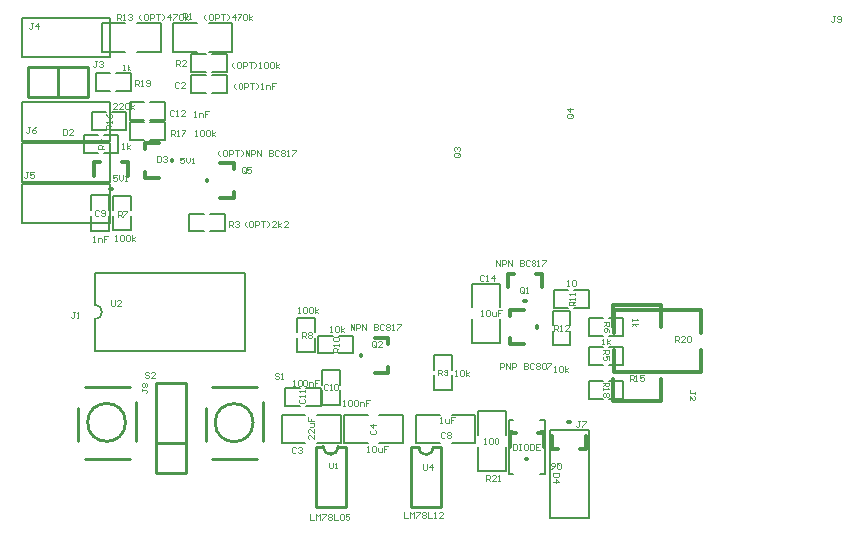
<source format=gto>
%FSLAX44Y44*%
%MOMM*%
G71*
G01*
G75*
G04 Layer_Color=16777215*
%ADD10C,0.4500*%
%ADD11R,0.9000X0.9500*%
%ADD12R,0.9500X0.9000*%
%ADD13R,1.5000X1.2500*%
%ADD14R,1.2500X1.5000*%
%ADD15R,6.3500X1.5240*%
%ADD16R,3.2000X1.0000*%
%ADD17R,0.9144X0.9144*%
%ADD18R,1.2700X0.9144*%
%ADD19R,0.9144X0.9144*%
%ADD20R,0.9144X1.2700*%
%ADD21R,0.9500X0.8000*%
%ADD22R,0.8000X0.9500*%
%ADD23O,0.5000X2.0000*%
%ADD24R,0.5000X2.0000*%
%ADD25R,0.9000X3.2000*%
%ADD26R,11.5000X9.0000*%
%ADD27R,0.9000X0.9000*%
%ADD28R,0.9000X1.2500*%
%ADD29R,2.0000X2.0000*%
%ADD30R,8.0000X4.0000*%
%ADD31O,2.0000X0.6000*%
%ADD32O,2.0000X1.0000*%
%ADD33C,0.5000*%
%ADD34C,0.3000*%
%ADD35R,1.7500X1.7500*%
%ADD36C,1.7500*%
%ADD37C,1.4000*%
%ADD38C,1.5000*%
%ADD39C,1.8000*%
%ADD40C,2.5000*%
%ADD41R,25.0000X8.0000*%
%ADD42R,22.0000X8.0000*%
%ADD43R,1.3000X1.3000*%
%ADD44C,1.3000*%
%ADD45C,1.2000*%
%ADD46C,0.2540*%
%ADD47C,0.2000*%
%ADD48C,0.3048*%
%ADD49C,0.2500*%
%ADD50C,0.1800*%
%ADD51C,0.1000*%
D34*
X382750Y-382750D02*
X387750D01*
X396750Y-404750D02*
X397750D01*
X406750Y-382750D02*
X411750D01*
X382750Y-394250D02*
Y-382750D01*
X411750Y-394250D02*
Y-382750D01*
D46*
X165500Y-374000D02*
G03*
X165500Y-374000I-16064J0D01*
G01*
X57500Y-373750D02*
G03*
X57500Y-373750I-16064J0D01*
G01*
X305590Y-394650D02*
G03*
X318290Y-394650I6350J0D01*
G01*
X224840Y-394400D02*
G03*
X237540Y-394400I6350J0D01*
G01*
X174000Y-389520D02*
Y-356500D01*
X130900Y-405000D02*
X169000D01*
X125500Y-389940D02*
Y-362000D01*
X130900Y-344000D02*
X169000D01*
X22900Y-343750D02*
X61000D01*
X17500Y-389690D02*
Y-361750D01*
X22900Y-404750D02*
X61000D01*
X66000Y-389270D02*
Y-356250D01*
X299240Y-445450D02*
Y-394650D01*
Y-445450D02*
X324640D01*
Y-394650D01*
X318290D02*
X324640D01*
X299240D02*
X305590D01*
X218490Y-394400D02*
X224840D01*
X237540D02*
X243890D01*
Y-445200D02*
Y-394400D01*
X218490Y-445200D02*
X243890D01*
X218490D02*
Y-394400D01*
D47*
X31250Y-286500D02*
G03*
X31250Y-273900I0J6300D01*
G01*
X220500Y-300250D02*
X233000D01*
X220500Y-315250D02*
X233000D01*
X238000D02*
X250500D01*
X238000Y-300250D02*
X250500D01*
X220500Y-315250D02*
Y-300250D01*
X250500Y-315250D02*
Y-300250D01*
X333750Y-329000D02*
Y-316500D01*
X318750Y-329000D02*
Y-316500D01*
Y-346500D02*
Y-334000D01*
X333750Y-346500D02*
Y-334000D01*
X318750Y-316500D02*
X333750D01*
X318750Y-346500D02*
X333750D01*
X113000Y-76750D02*
Y-61750D01*
X143000Y-76750D02*
Y-61750D01*
X113000Y-76750D02*
X125500D01*
X113000Y-61750D02*
X125500D01*
X130500D02*
X143000D01*
X130500Y-76750D02*
X143000D01*
X111500Y-212000D02*
Y-197000D01*
X141500Y-212000D02*
Y-197000D01*
X111500Y-212000D02*
X124000D01*
X111500Y-197000D02*
X124000D01*
X129000D02*
X141500D01*
X129000Y-212000D02*
X141500D01*
X303500Y-391250D02*
Y-367250D01*
X353500Y-391250D02*
Y-367250D01*
X303500Y-391250D02*
X323500D01*
X303500Y-367250D02*
X323500D01*
X333500D02*
X353500D01*
X333500Y-391250D02*
X353500D01*
X355750Y-414500D02*
X379750D01*
X355750Y-364500D02*
X379750D01*
Y-414500D02*
Y-394500D01*
X355750Y-414500D02*
Y-394500D01*
Y-384500D02*
Y-364500D01*
X379750Y-384500D02*
Y-364500D01*
X242500Y-391250D02*
Y-367250D01*
X292500Y-391250D02*
Y-367250D01*
X242500Y-391250D02*
X262500D01*
X242500Y-367250D02*
X262500D01*
X272500D02*
X292500D01*
X272500Y-391250D02*
X292500D01*
X239750Y-391500D02*
Y-367500D01*
X189750Y-391500D02*
Y-367500D01*
X219750D02*
X239750D01*
X219750Y-391500D02*
X239750D01*
X189750D02*
X209750D01*
X189750Y-367500D02*
X209750D01*
X350500Y-256250D02*
X374500D01*
X350500Y-306250D02*
X374500D01*
X350500Y-276250D02*
Y-256250D01*
X374500Y-276250D02*
Y-256250D01*
Y-306250D02*
Y-286250D01*
X350500Y-306250D02*
Y-286250D01*
X97750Y-59750D02*
Y-35750D01*
X147750Y-59750D02*
Y-35750D01*
X97750Y-59750D02*
X117750D01*
X97750Y-35750D02*
X117750D01*
X127750D02*
X147750D01*
X127750Y-59750D02*
X147750D01*
X67250D02*
X87250D01*
X67250Y-35750D02*
X87250D01*
X37250D02*
X57250D01*
X37250Y-59750D02*
X57250D01*
X87250D02*
Y-35750D01*
X37250Y-59750D02*
Y-35750D01*
X91000Y-117750D02*
Y-102750D01*
X61000Y-117750D02*
Y-102750D01*
X78500D02*
X91000D01*
X78500Y-117750D02*
X91000D01*
X61000D02*
X73500D01*
X61000Y-102750D02*
X73500D01*
X28250Y-181500D02*
X43250D01*
X28250Y-211500D02*
X43250D01*
X28250Y-194000D02*
Y-181500D01*
X43250Y-194000D02*
Y-181500D01*
Y-211500D02*
Y-199000D01*
X28250Y-211500D02*
Y-199000D01*
X192750Y-344750D02*
X205250D01*
X192750Y-359750D02*
X205250D01*
X210250D02*
X222750D01*
X210250Y-344750D02*
X222750D01*
X192750Y-359750D02*
Y-344750D01*
X222750Y-359750D02*
Y-344750D01*
X239000Y-341750D02*
Y-329250D01*
X224000Y-341750D02*
Y-329250D01*
Y-359250D02*
Y-346750D01*
X239000Y-359250D02*
Y-346750D01*
X224000Y-329250D02*
X239000D01*
X224000Y-359250D02*
X239000D01*
X113000Y-95000D02*
Y-80000D01*
X143000Y-95000D02*
Y-80000D01*
X113000Y-95000D02*
X125500D01*
X113000Y-80000D02*
X125500D01*
X130500D02*
X143000D01*
X130500Y-95000D02*
X143000D01*
X203000Y-285250D02*
X218000D01*
X203000Y-314250D02*
X218000D01*
X203000Y-297250D02*
Y-285250D01*
X218000Y-297250D02*
Y-285250D01*
Y-314250D02*
Y-302250D01*
X203000Y-314250D02*
Y-302250D01*
X46000Y-126250D02*
X58000D01*
X46000Y-111250D02*
X58000D01*
X29000D02*
X41000D01*
X29000Y-126250D02*
X41000D01*
X58000D02*
Y-111250D01*
X29000Y-126250D02*
Y-111250D01*
X78500Y-134750D02*
X90500D01*
X78500Y-119750D02*
X90500D01*
X61500D02*
X73500D01*
X61500Y-134750D02*
X73500D01*
X90500D02*
Y-119750D01*
X61500Y-134750D02*
Y-119750D01*
X49750Y-93250D02*
X61750D01*
X49750Y-78250D02*
X61750D01*
X32750D02*
X44750D01*
X32750Y-93250D02*
X44750D01*
X61750D02*
Y-78250D01*
X32750Y-93250D02*
Y-78250D01*
X479000Y-300750D02*
Y-285750D01*
X450000Y-300750D02*
Y-285750D01*
X467000D02*
X479000D01*
X467000Y-300750D02*
X479000D01*
X450000D02*
X462000D01*
X450000Y-285750D02*
X462000D01*
X419000Y-279500D02*
X434000D01*
X419000Y-308500D02*
X434000D01*
X419000Y-291500D02*
Y-279500D01*
X434000Y-291500D02*
Y-279500D01*
Y-308500D02*
Y-296500D01*
X419000Y-308500D02*
Y-296500D01*
X420500Y-262000D02*
X432500D01*
X420500Y-277000D02*
X432500D01*
X437500D02*
X449500D01*
X437500Y-262000D02*
X449500D01*
X420500Y-277000D02*
Y-262000D01*
X449500Y-277000D02*
Y-262000D01*
X22500Y-145500D02*
Y-130500D01*
X51500Y-145500D02*
Y-130500D01*
X22500Y-145500D02*
X34500D01*
X22500Y-130500D02*
X34500D01*
X39500D02*
X51500D01*
X39500Y-145500D02*
X51500D01*
X62250Y-194000D02*
Y-182000D01*
X47250Y-194000D02*
Y-182000D01*
Y-211000D02*
Y-199000D01*
X62250Y-211000D02*
Y-199000D01*
X47250Y-182000D02*
X62250D01*
X47250Y-211000D02*
X62250D01*
X478500Y-325000D02*
Y-310000D01*
X449500Y-325000D02*
Y-310000D01*
X466500D02*
X478500D01*
X466500Y-325000D02*
X478500D01*
X449500D02*
X461500D01*
X449500Y-310000D02*
X461500D01*
X478500Y-353750D02*
Y-338750D01*
X449500Y-353750D02*
Y-338750D01*
X466500D02*
X478500D01*
X466500Y-353750D02*
X478500D01*
X449500D02*
X461500D01*
X449500Y-338750D02*
X461500D01*
X31250Y-313170D02*
Y-286500D01*
Y-274000D02*
Y-247330D01*
X31400Y-247220D02*
X158400D01*
Y-313260D02*
Y-247220D01*
X31400Y-313260D02*
X158400D01*
X382250Y-380750D02*
X385750D01*
X408750D02*
X412250D01*
X382250Y-371750D02*
X385750D01*
X382250Y-417750D02*
X385750D01*
X408750D02*
X412250D01*
X408750Y-371750D02*
X412250D01*
X382250Y-417750D02*
Y-371750D01*
X412250Y-417750D02*
Y-371750D01*
D48*
X470920Y-331450D02*
X544580D01*
X470920Y-278800D02*
X544580D01*
Y-331450D02*
Y-312400D01*
X470920Y-331450D02*
Y-312400D01*
Y-297850D02*
Y-278800D01*
X544580Y-297850D02*
Y-278800D01*
X470500Y-355750D02*
X510500D01*
Y-336700D01*
X470500Y-355750D02*
Y-336700D01*
Y-274250D02*
X510500D01*
X470500Y-293300D02*
Y-274250D01*
X510500Y-293300D02*
Y-274250D01*
X383410Y-278370D02*
X394840D01*
X383410Y-307580D02*
X394840D01*
X383410Y-283450D02*
Y-278370D01*
X406270Y-293610D02*
Y-292340D01*
X383410Y-307580D02*
Y-302500D01*
X268410Y-331880D02*
X279840D01*
X268410Y-302670D02*
X279840D01*
Y-331880D02*
Y-326800D01*
X256980Y-317910D02*
Y-316640D01*
X279840Y-307750D02*
Y-302670D01*
X380920Y-247910D02*
X386000D01*
X394890Y-270770D02*
X396160D01*
X405050Y-247910D02*
X410130D01*
X380920Y-259340D02*
Y-247910D01*
X410130Y-259340D02*
Y-247910D01*
X442500Y-396340D02*
X447580D01*
X432340Y-373480D02*
X433610D01*
X418370Y-396340D02*
X423450D01*
X447580D02*
Y-384910D01*
X418370Y-396340D02*
Y-384910D01*
X149090Y-159250D02*
Y-154170D01*
X126230Y-169410D02*
Y-168140D01*
X149090Y-183380D02*
Y-178300D01*
X137660Y-154170D02*
X149090D01*
X137660Y-183380D02*
X149090D01*
X59880Y-165090D02*
Y-153660D01*
X30670Y-165090D02*
Y-153660D01*
X54800D02*
X59880D01*
X44640Y-176520D02*
X45910D01*
X30670Y-153660D02*
X35750D01*
X74160Y-137370D02*
X85590D01*
X74160Y-166580D02*
X85590D01*
X74160Y-142450D02*
Y-137370D01*
X97020Y-152610D02*
Y-151340D01*
X74160Y-166580D02*
Y-161500D01*
D49*
X50Y-98450D02*
Y-73050D01*
X-25350D02*
X25450D01*
X-25350Y-98450D02*
Y-73050D01*
Y-98450D02*
X25450D01*
Y-73050D01*
X108700Y-416700D02*
Y-340500D01*
X83300D02*
X108700D01*
X83300Y-416700D02*
Y-340500D01*
Y-416700D02*
X108700D01*
X83300Y-391300D02*
X108700D01*
D50*
X-30250Y-102250D02*
X44750D01*
X-30250Y-135250D02*
X44750D01*
X-30250D02*
Y-102250D01*
X44750Y-135250D02*
Y-102250D01*
X416500Y-455000D02*
Y-380000D01*
X449500Y-455000D02*
Y-380000D01*
X416500Y-455000D02*
X449500D01*
X416500Y-380000D02*
X449500D01*
X-30250Y-64250D02*
X44750D01*
X-30250Y-31250D02*
X44750D01*
Y-64250D02*
Y-31250D01*
X-30250Y-64250D02*
Y-31250D01*
X-30500Y-170000D02*
Y-137000D01*
X44500Y-170000D02*
Y-137000D01*
X-30500D02*
X44500D01*
X-30500Y-170000D02*
X44500D01*
X-30500Y-205000D02*
Y-172000D01*
X44500Y-205000D02*
Y-172000D01*
X-30500D02*
X44500D01*
X-30500Y-205000D02*
X44500D01*
D51*
X50082Y-164252D02*
X46750D01*
Y-166751D01*
X48416Y-165918D01*
X49249D01*
X50082Y-166751D01*
Y-168417D01*
X49249Y-169250D01*
X47583D01*
X46750Y-168417D01*
X51748Y-164252D02*
Y-167584D01*
X53415Y-169250D01*
X55081Y-167584D01*
Y-164252D01*
X56747Y-169250D02*
X58413D01*
X57580D01*
Y-164252D01*
X56747Y-165085D01*
X4650Y-125176D02*
Y-130174D01*
X7149D01*
X7982Y-129341D01*
Y-126009D01*
X7149Y-125176D01*
X4650D01*
X12981Y-130174D02*
X9648D01*
X12981Y-126842D01*
Y-126009D01*
X12148Y-125176D01*
X10481D01*
X9648Y-126009D01*
X107332Y-149502D02*
X104000D01*
Y-152001D01*
X105666Y-151168D01*
X106499D01*
X107332Y-152001D01*
Y-153667D01*
X106499Y-154500D01*
X104833D01*
X104000Y-153667D01*
X108998Y-149502D02*
Y-152834D01*
X110665Y-154500D01*
X112331Y-152834D01*
Y-149502D01*
X113997Y-154500D02*
X115663D01*
X114830D01*
Y-149502D01*
X113997Y-150335D01*
X84000Y-148002D02*
Y-153000D01*
X86499D01*
X87332Y-152167D01*
Y-148835D01*
X86499Y-148002D01*
X84000D01*
X88998Y-148835D02*
X89831Y-148002D01*
X91498D01*
X92331Y-148835D01*
Y-149668D01*
X91498Y-150501D01*
X90665D01*
X91498D01*
X92331Y-151334D01*
Y-152167D01*
X91498Y-153000D01*
X89831D01*
X88998Y-152167D01*
X323750Y-374250D02*
X325416D01*
X324583D01*
Y-369252D01*
X323750Y-370085D01*
X327915Y-370918D02*
Y-373417D01*
X328748Y-374250D01*
X331248D01*
Y-370918D01*
X336246Y-369252D02*
X332914D01*
Y-371751D01*
X334580D01*
X332914D01*
Y-374250D01*
X328082Y-382585D02*
X327249Y-381752D01*
X325583D01*
X324750Y-382585D01*
Y-385917D01*
X325583Y-386750D01*
X327249D01*
X328082Y-385917D01*
X329748Y-382585D02*
X330581Y-381752D01*
X332248D01*
X333081Y-382585D01*
Y-383418D01*
X332248Y-384251D01*
X333081Y-385084D01*
Y-385917D01*
X332248Y-386750D01*
X330581D01*
X329748Y-385917D01*
Y-385084D01*
X330581Y-384251D01*
X329748Y-383418D01*
Y-382585D01*
X330581Y-384251D02*
X332248D01*
X658470Y-29995D02*
X656804D01*
X657637D01*
Y-34160D01*
X656804Y-34993D01*
X655971D01*
X655137Y-34160D01*
X660136D02*
X660969Y-34993D01*
X662635D01*
X663468Y-34160D01*
Y-30828D01*
X662635Y-29995D01*
X660969D01*
X660136Y-30828D01*
Y-31661D01*
X660969Y-32494D01*
X663468D01*
X-25148Y-162003D02*
X-26814D01*
X-25981D01*
Y-166169D01*
X-26814Y-167002D01*
X-27647D01*
X-28480Y-166169D01*
X-20149Y-162003D02*
X-23482D01*
Y-164503D01*
X-21816Y-163669D01*
X-20982D01*
X-20149Y-164503D01*
Y-166169D01*
X-20982Y-167002D01*
X-22649D01*
X-23482Y-166169D01*
X-23668Y-124002D02*
X-25334D01*
X-24501D01*
Y-128167D01*
X-25334Y-129000D01*
X-26167D01*
X-27000Y-128167D01*
X-18669Y-124002D02*
X-20336Y-124835D01*
X-22002Y-126501D01*
Y-128167D01*
X-21169Y-129000D01*
X-19503D01*
X-18669Y-128167D01*
Y-127334D01*
X-19503Y-126501D01*
X-22002D01*
X360750Y-392000D02*
X362416D01*
X361583D01*
Y-387002D01*
X360750Y-387835D01*
X364915D02*
X365748Y-387002D01*
X367415D01*
X368248Y-387835D01*
Y-391167D01*
X367415Y-392000D01*
X365748D01*
X364915Y-391167D01*
Y-387835D01*
X369914D02*
X370747Y-387002D01*
X372413D01*
X373246Y-387835D01*
Y-391167D01*
X372413Y-392000D01*
X370747D01*
X369914Y-391167D01*
Y-387835D01*
X362750Y-423250D02*
Y-418252D01*
X365249D01*
X366082Y-419085D01*
Y-420751D01*
X365249Y-421584D01*
X362750D01*
X364416D02*
X366082Y-423250D01*
X371081D02*
X367748D01*
X371081Y-419918D01*
Y-419085D01*
X370247Y-418252D01*
X368581D01*
X367748Y-419085D01*
X372747Y-423250D02*
X374413D01*
X373580D01*
Y-418252D01*
X372747Y-419085D01*
X262250Y-398500D02*
X263916D01*
X263083D01*
Y-393502D01*
X262250Y-394335D01*
X266415D02*
X267248Y-393502D01*
X268915D01*
X269748Y-394335D01*
Y-397667D01*
X268915Y-398500D01*
X267248D01*
X266415Y-397667D01*
Y-394335D01*
X271414Y-395168D02*
Y-397667D01*
X272247Y-398500D01*
X274746D01*
Y-395168D01*
X279744Y-393502D02*
X276412D01*
Y-396001D01*
X278078D01*
X276412D01*
Y-398500D01*
X265585Y-379918D02*
X264752Y-380751D01*
Y-382417D01*
X265585Y-383250D01*
X268917D01*
X269750Y-382417D01*
Y-380751D01*
X268917Y-379918D01*
X269750Y-375752D02*
X264752D01*
X267251Y-378252D01*
Y-374919D01*
X216750Y-384168D02*
Y-387500D01*
X213418Y-384168D01*
X212585D01*
X211752Y-385001D01*
Y-386667D01*
X212585Y-387500D01*
X216750Y-379169D02*
Y-382502D01*
X213418Y-379169D01*
X212585D01*
X211752Y-380003D01*
Y-381669D01*
X212585Y-382502D01*
X213418Y-377503D02*
X215917D01*
X216750Y-376670D01*
Y-374171D01*
X213418D01*
X211752Y-369173D02*
Y-372505D01*
X214251D01*
Y-370839D01*
Y-372505D01*
X216750D01*
X202082Y-395335D02*
X201249Y-394502D01*
X199583D01*
X198750Y-395335D01*
Y-398667D01*
X199583Y-399500D01*
X201249D01*
X202082Y-398667D01*
X203748Y-395335D02*
X204581Y-394502D01*
X206248D01*
X207081Y-395335D01*
Y-396168D01*
X206248Y-397001D01*
X205415D01*
X206248D01*
X207081Y-397834D01*
Y-398667D01*
X206248Y-399500D01*
X204581D01*
X203748Y-398667D01*
X45000Y-270252D02*
Y-274417D01*
X45833Y-275250D01*
X47499D01*
X48332Y-274417D01*
Y-270252D01*
X53331Y-275250D02*
X49998D01*
X53331Y-271918D01*
Y-271085D01*
X52498Y-270252D01*
X50831D01*
X49998Y-271085D01*
X203500Y-280750D02*
X205166D01*
X204333D01*
Y-275752D01*
X203500Y-276585D01*
X207665D02*
X208498Y-275752D01*
X210165D01*
X210998Y-276585D01*
Y-279917D01*
X210165Y-280750D01*
X208498D01*
X207665Y-279917D01*
Y-276585D01*
X212664D02*
X213497Y-275752D01*
X215163D01*
X215996Y-276585D01*
Y-279917D01*
X215163Y-280750D01*
X213497D01*
X212664Y-279917D01*
Y-276585D01*
X217662Y-280750D02*
Y-275752D01*
Y-279084D02*
X220161Y-277418D01*
X217662Y-279084D02*
X220161Y-280750D01*
X207250Y-302000D02*
Y-297002D01*
X209749D01*
X210582Y-297835D01*
Y-299501D01*
X209749Y-300334D01*
X207250D01*
X208916D02*
X210582Y-302000D01*
X212248Y-297835D02*
X213081Y-297002D01*
X214748D01*
X215581Y-297835D01*
Y-298668D01*
X214748Y-299501D01*
X215581Y-300334D01*
Y-301167D01*
X214748Y-302000D01*
X213081D01*
X212248Y-301167D01*
Y-300334D01*
X213081Y-299501D01*
X212248Y-298668D01*
Y-297835D01*
X213081Y-299501D02*
X214748D01*
X50330Y-108750D02*
X46998D01*
X50330Y-105418D01*
Y-104585D01*
X49497Y-103752D01*
X47831D01*
X46998Y-104585D01*
X55329Y-108750D02*
X51996D01*
X55329Y-105418D01*
Y-104585D01*
X54496Y-103752D01*
X52830D01*
X51996Y-104585D01*
X56995D02*
X57828Y-103752D01*
X59494D01*
X60327Y-104585D01*
Y-107917D01*
X59494Y-108750D01*
X57828D01*
X56995Y-107917D01*
Y-104585D01*
X61993Y-108750D02*
Y-103752D01*
Y-107084D02*
X64492Y-105418D01*
X61993Y-107084D02*
X64492Y-108750D01*
X45750Y-125000D02*
X40752D01*
Y-122501D01*
X41585Y-121668D01*
X43251D01*
X44084Y-122501D01*
Y-125000D01*
Y-123334D02*
X45750Y-121668D01*
Y-120002D02*
Y-118336D01*
Y-119169D01*
X40752D01*
X41585Y-120002D01*
X40752Y-112504D02*
X41585Y-114170D01*
X43251Y-115836D01*
X44917D01*
X45750Y-115003D01*
Y-113337D01*
X44917Y-112504D01*
X44084D01*
X43251Y-113337D01*
Y-115836D01*
X116250Y-131002D02*
X117916D01*
X117083D01*
Y-126003D01*
X116250Y-126836D01*
X120415D02*
X121248Y-126003D01*
X122914D01*
X123748Y-126836D01*
Y-130169D01*
X122914Y-131002D01*
X121248D01*
X120415Y-130169D01*
Y-126836D01*
X125414D02*
X126247Y-126003D01*
X127913D01*
X128746Y-126836D01*
Y-130169D01*
X127913Y-131002D01*
X126247D01*
X125414Y-130169D01*
Y-126836D01*
X130412Y-131002D02*
Y-126003D01*
Y-129336D02*
X132911Y-127669D01*
X130412Y-129336D02*
X132911Y-131002D01*
X95750Y-131000D02*
Y-126002D01*
X98249D01*
X99082Y-126835D01*
Y-128501D01*
X98249Y-129334D01*
X95750D01*
X97416D02*
X99082Y-131000D01*
X100748D02*
X102415D01*
X101581D01*
Y-126002D01*
X100748Y-126835D01*
X104914Y-126002D02*
X108246D01*
Y-126835D01*
X104914Y-130167D01*
Y-131000D01*
X54998Y-75750D02*
X56664D01*
X55831D01*
Y-70752D01*
X54998Y-71585D01*
X59163Y-75750D02*
Y-70752D01*
Y-74084D02*
X61663Y-72418D01*
X59163Y-74084D02*
X61663Y-75750D01*
X65750Y-88750D02*
Y-83752D01*
X68249D01*
X69082Y-84585D01*
Y-86251D01*
X68249Y-87084D01*
X65750D01*
X67416D02*
X69082Y-88750D01*
X70748D02*
X72414D01*
X71581D01*
Y-83752D01*
X70748Y-84585D01*
X74914Y-87917D02*
X75747Y-88750D01*
X77413D01*
X78246Y-87917D01*
Y-84585D01*
X77413Y-83752D01*
X75747D01*
X74914Y-84585D01*
Y-85418D01*
X75747Y-86251D01*
X78246D01*
X486168Y-285870D02*
Y-287536D01*
Y-286703D01*
X491166D01*
X490333Y-285870D01*
X486168Y-290036D02*
X491166D01*
X487834D02*
X489500Y-292535D01*
X487834Y-290036D02*
X486168Y-292535D01*
X462250Y-289000D02*
X467248D01*
Y-291499D01*
X466415Y-292332D01*
X464749D01*
X463916Y-291499D01*
Y-289000D01*
Y-290666D02*
X462250Y-292332D01*
X467248Y-297331D02*
X466415Y-295665D01*
X464749Y-293998D01*
X463083D01*
X462250Y-294831D01*
Y-296497D01*
X463083Y-297331D01*
X463916D01*
X464749Y-296497D01*
Y-293998D01*
X484250Y-339000D02*
Y-334002D01*
X486749D01*
X487582Y-334835D01*
Y-336501D01*
X486749Y-337334D01*
X484250D01*
X485916D02*
X487582Y-339000D01*
X489248D02*
X490914D01*
X490081D01*
Y-334002D01*
X489248Y-334835D01*
X496746Y-334002D02*
X493414D01*
Y-336501D01*
X495080Y-335668D01*
X495913D01*
X496746Y-336501D01*
Y-338167D01*
X495913Y-339000D01*
X494247D01*
X493414Y-338167D01*
X420500Y-330750D02*
X422166D01*
X421333D01*
Y-325752D01*
X420500Y-326585D01*
X424665D02*
X425498Y-325752D01*
X427164D01*
X427998Y-326585D01*
Y-329917D01*
X427164Y-330750D01*
X425498D01*
X424665Y-329917D01*
Y-326585D01*
X429664Y-330750D02*
Y-325752D01*
Y-329084D02*
X432163Y-327418D01*
X429664Y-329084D02*
X432163Y-330750D01*
X420250Y-296500D02*
Y-291502D01*
X422749D01*
X423582Y-292335D01*
Y-294001D01*
X422749Y-294834D01*
X420250D01*
X421916D02*
X423582Y-296500D01*
X425248D02*
X426914D01*
X426081D01*
Y-291502D01*
X425248Y-292335D01*
X432746Y-296500D02*
X429414D01*
X432746Y-293168D01*
Y-292335D01*
X431913Y-291502D01*
X430247D01*
X429414Y-292335D01*
X431000Y-258500D02*
X432666D01*
X431833D01*
Y-253502D01*
X431000Y-254335D01*
X435165D02*
X435998Y-253502D01*
X437664D01*
X438498Y-254335D01*
Y-257667D01*
X437664Y-258500D01*
X435998D01*
X435165Y-257667D01*
Y-254335D01*
X437750Y-274750D02*
X432752D01*
Y-272251D01*
X433585Y-271418D01*
X435251D01*
X436084Y-272251D01*
Y-274750D01*
Y-273084D02*
X437750Y-271418D01*
Y-269752D02*
Y-268085D01*
Y-268919D01*
X432752D01*
X433585Y-269752D01*
X437750Y-265586D02*
Y-263920D01*
Y-264753D01*
X432752D01*
X433585Y-265586D01*
X231000Y-297250D02*
X232666D01*
X231833D01*
Y-292252D01*
X231000Y-293085D01*
X235165D02*
X235998Y-292252D01*
X237665D01*
X238498Y-293085D01*
Y-296417D01*
X237665Y-297250D01*
X235998D01*
X235165Y-296417D01*
Y-293085D01*
X240164Y-297250D02*
Y-292252D01*
Y-295584D02*
X242663Y-293918D01*
X240164Y-295584D02*
X242663Y-297250D01*
X238500Y-314000D02*
X233502D01*
Y-311501D01*
X234335Y-310668D01*
X236001D01*
X236834Y-311501D01*
Y-314000D01*
Y-312334D02*
X238500Y-310668D01*
Y-309002D02*
Y-307335D01*
Y-308169D01*
X233502D01*
X234335Y-309002D01*
Y-304836D02*
X233502Y-304003D01*
Y-302337D01*
X234335Y-301504D01*
X237667D01*
X238500Y-302337D01*
Y-304003D01*
X237667Y-304836D01*
X234335D01*
X54500Y-142000D02*
X56166D01*
X55333D01*
Y-137002D01*
X54500Y-137835D01*
X58665Y-142000D02*
Y-137002D01*
Y-140334D02*
X61164Y-138668D01*
X58665Y-140334D02*
X61164Y-142000D01*
X39000D02*
X34002D01*
Y-139501D01*
X34835Y-138668D01*
X36501D01*
X37334Y-139501D01*
Y-142000D01*
Y-140334D02*
X39000Y-138668D01*
Y-134502D02*
X34002D01*
X36501Y-137002D01*
Y-133669D01*
X48500Y-220000D02*
X50166D01*
X49333D01*
Y-215002D01*
X48500Y-215835D01*
X52665D02*
X53498Y-215002D01*
X55164D01*
X55998Y-215835D01*
Y-219167D01*
X55164Y-220000D01*
X53498D01*
X52665Y-219167D01*
Y-215835D01*
X57664D02*
X58497Y-215002D01*
X60163D01*
X60996Y-215835D01*
Y-219167D01*
X60163Y-220000D01*
X58497D01*
X57664Y-219167D01*
Y-215835D01*
X62662Y-220000D02*
Y-215002D01*
Y-218334D02*
X65161Y-216668D01*
X62662Y-218334D02*
X65161Y-220000D01*
X50750Y-200000D02*
Y-195002D01*
X53249D01*
X54082Y-195835D01*
Y-197501D01*
X53249Y-198334D01*
X50750D01*
X52416D02*
X54082Y-200000D01*
X55748Y-195002D02*
X59081D01*
Y-195835D01*
X55748Y-199167D01*
Y-200000D01*
X336250Y-334250D02*
X337916D01*
X337083D01*
Y-329252D01*
X336250Y-330085D01*
X340415D02*
X341248Y-329252D01*
X342915D01*
X343748Y-330085D01*
Y-333417D01*
X342915Y-334250D01*
X341248D01*
X340415Y-333417D01*
Y-330085D01*
X345414Y-334250D02*
Y-329252D01*
Y-332584D02*
X347913Y-330918D01*
X345414Y-332584D02*
X347913Y-334250D01*
X321750Y-334000D02*
Y-329002D01*
X324249D01*
X325082Y-329835D01*
Y-331501D01*
X324249Y-332334D01*
X321750D01*
X323416D02*
X325082Y-334000D01*
X326748Y-333167D02*
X327581Y-334000D01*
X329248D01*
X330081Y-333167D01*
Y-329835D01*
X329248Y-329002D01*
X327581D01*
X326748Y-329835D01*
Y-330668D01*
X327581Y-331501D01*
X330081D01*
X461250Y-307750D02*
X462916D01*
X462083D01*
Y-302752D01*
X461250Y-303585D01*
X465415Y-307750D02*
Y-302752D01*
Y-306084D02*
X467915Y-304418D01*
X465415Y-306084D02*
X467915Y-307750D01*
X461750Y-312750D02*
X466748D01*
Y-315249D01*
X465915Y-316082D01*
X464249D01*
X463416Y-315249D01*
Y-312750D01*
Y-314416D02*
X461750Y-316082D01*
X466748Y-321081D02*
Y-317748D01*
X464249D01*
X465082Y-319415D01*
Y-320248D01*
X464249Y-321081D01*
X462583D01*
X461750Y-320248D01*
Y-318582D01*
X462583Y-317748D01*
X374750Y-328500D02*
Y-323502D01*
X377249D01*
X378082Y-324335D01*
Y-326001D01*
X377249Y-326834D01*
X374750D01*
X379748Y-328500D02*
Y-323502D01*
X383081Y-328500D01*
Y-323502D01*
X384747Y-328500D02*
Y-323502D01*
X387246D01*
X388079Y-324335D01*
Y-326001D01*
X387246Y-326834D01*
X384747D01*
X394743Y-323502D02*
Y-328500D01*
X397243D01*
X398076Y-327667D01*
Y-326834D01*
X397243Y-326001D01*
X394743D01*
X397243D01*
X398076Y-325168D01*
Y-324335D01*
X397243Y-323502D01*
X394743D01*
X403074Y-324335D02*
X402241Y-323502D01*
X400575D01*
X399742Y-324335D01*
Y-327667D01*
X400575Y-328500D01*
X402241D01*
X403074Y-327667D01*
X404740Y-324335D02*
X405573Y-323502D01*
X407239D01*
X408072Y-324335D01*
Y-325168D01*
X407239Y-326001D01*
X408072Y-326834D01*
Y-327667D01*
X407239Y-328500D01*
X405573D01*
X404740Y-327667D01*
Y-326834D01*
X405573Y-326001D01*
X404740Y-325168D01*
Y-324335D01*
X405573Y-326001D02*
X407239D01*
X409739Y-324335D02*
X410572Y-323502D01*
X412238D01*
X413071Y-324335D01*
Y-327667D01*
X412238Y-328500D01*
X410572D01*
X409739Y-327667D01*
Y-324335D01*
X414737Y-323502D02*
X418069D01*
Y-324335D01*
X414737Y-327667D01*
Y-328500D01*
X339447Y-145686D02*
X336115D01*
X335282Y-146519D01*
Y-148185D01*
X336115Y-149018D01*
X339447D01*
X340280Y-148185D01*
Y-146519D01*
X338614Y-147352D02*
X340280Y-145686D01*
Y-146519D02*
X339447Y-145686D01*
X336115Y-144020D02*
X335282Y-143187D01*
Y-141521D01*
X336115Y-140687D01*
X336948D01*
X337781Y-141521D01*
Y-142354D01*
Y-141521D01*
X338614Y-140687D01*
X339447D01*
X340280Y-141521D01*
Y-143187D01*
X339447Y-144020D01*
X248000Y-295750D02*
Y-290752D01*
X251332Y-295750D01*
Y-290752D01*
X252998Y-295750D02*
Y-290752D01*
X255498D01*
X256331Y-291585D01*
Y-293251D01*
X255498Y-294084D01*
X252998D01*
X257997Y-295750D02*
Y-290752D01*
X261329Y-295750D01*
Y-290752D01*
X267994D02*
Y-295750D01*
X270493D01*
X271326Y-294917D01*
Y-294084D01*
X270493Y-293251D01*
X267994D01*
X270493D01*
X271326Y-292418D01*
Y-291585D01*
X270493Y-290752D01*
X267994D01*
X276324Y-291585D02*
X275491Y-290752D01*
X273825D01*
X272992Y-291585D01*
Y-294917D01*
X273825Y-295750D01*
X275491D01*
X276324Y-294917D01*
X277990Y-291585D02*
X278823Y-290752D01*
X280489D01*
X281322Y-291585D01*
Y-292418D01*
X280489Y-293251D01*
X281322Y-294084D01*
Y-294917D01*
X280489Y-295750D01*
X278823D01*
X277990Y-294917D01*
Y-294084D01*
X278823Y-293251D01*
X277990Y-292418D01*
Y-291585D01*
X278823Y-293251D02*
X280489D01*
X282989Y-295750D02*
X284655D01*
X283822D01*
Y-290752D01*
X282989Y-291585D01*
X287154Y-290752D02*
X290486D01*
Y-291585D01*
X287154Y-294917D01*
Y-295750D01*
X269582Y-309417D02*
Y-306085D01*
X268749Y-305252D01*
X267083D01*
X266250Y-306085D01*
Y-309417D01*
X267083Y-310250D01*
X268749D01*
X267916Y-308584D02*
X269582Y-310250D01*
X268749D02*
X269582Y-309417D01*
X274581Y-310250D02*
X271248D01*
X274581Y-306918D01*
Y-306085D01*
X273748Y-305252D01*
X272081D01*
X271248Y-306085D01*
X33082Y-68002D02*
X31416D01*
X32249D01*
Y-72167D01*
X31416Y-73000D01*
X30583D01*
X29750Y-72167D01*
X34748Y-68835D02*
X35581Y-68002D01*
X37248D01*
X38081Y-68835D01*
Y-69668D01*
X37248Y-70501D01*
X36414D01*
X37248D01*
X38081Y-71334D01*
Y-72167D01*
X37248Y-73000D01*
X35581D01*
X34748Y-72167D01*
X539995Y-349832D02*
Y-348166D01*
Y-348999D01*
X535830D01*
X534997Y-348166D01*
Y-347333D01*
X535830Y-346500D01*
X534997Y-354831D02*
Y-351498D01*
X538329Y-354831D01*
X539162D01*
X539995Y-353997D01*
Y-352331D01*
X539162Y-351498D01*
X14331Y-280254D02*
X12664D01*
X13497D01*
Y-284419D01*
X12664Y-285252D01*
X11831D01*
X10998Y-284419D01*
X15997Y-285252D02*
X17663D01*
X16830D01*
Y-280254D01*
X15997Y-281087D01*
X115500Y-115000D02*
X117166D01*
X116333D01*
Y-110002D01*
X115500Y-110835D01*
X119665Y-115000D02*
Y-111668D01*
X122164D01*
X122998Y-112501D01*
Y-115000D01*
X127996Y-110002D02*
X124664D01*
Y-112501D01*
X126330D01*
X124664D01*
Y-115000D01*
X98332Y-110335D02*
X97499Y-109502D01*
X95833D01*
X95000Y-110335D01*
Y-113667D01*
X95833Y-114500D01*
X97499D01*
X98332Y-113667D01*
X99998Y-114500D02*
X101664D01*
X100831D01*
Y-109502D01*
X99998Y-110335D01*
X107496Y-114500D02*
X104164D01*
X107496Y-111168D01*
Y-110335D01*
X106663Y-109502D01*
X104997D01*
X104164Y-110335D01*
X29750Y-221000D02*
X31416D01*
X30583D01*
Y-216002D01*
X29750Y-216835D01*
X33915Y-221000D02*
Y-217668D01*
X36414D01*
X37248Y-218501D01*
Y-221000D01*
X42246Y-216002D02*
X38914D01*
Y-218501D01*
X40580D01*
X38914D01*
Y-221000D01*
X35082Y-194585D02*
X34249Y-193752D01*
X32583D01*
X31750Y-194585D01*
Y-197917D01*
X32583Y-198750D01*
X34249D01*
X35082Y-197917D01*
X36748D02*
X37581Y-198750D01*
X39248D01*
X40081Y-197917D01*
Y-194585D01*
X39248Y-193752D01*
X37581D01*
X36748Y-194585D01*
Y-195418D01*
X37581Y-196251D01*
X40081D01*
X199000Y-343000D02*
X200666D01*
X199833D01*
Y-338002D01*
X199000Y-338835D01*
X203165D02*
X203998Y-338002D01*
X205665D01*
X206498Y-338835D01*
Y-342167D01*
X205665Y-343000D01*
X203998D01*
X203165Y-342167D01*
Y-338835D01*
X208164D02*
X208997Y-338002D01*
X210663D01*
X211496Y-338835D01*
Y-342167D01*
X210663Y-343000D01*
X208997D01*
X208164Y-342167D01*
Y-338835D01*
X213162Y-343000D02*
Y-339668D01*
X215661D01*
X216494Y-340501D01*
Y-343000D01*
X221493Y-338002D02*
X218160D01*
Y-340501D01*
X219827D01*
X218160D01*
Y-343000D01*
X205585Y-353918D02*
X204752Y-354751D01*
Y-356417D01*
X205585Y-357250D01*
X208917D01*
X209750Y-356417D01*
Y-354751D01*
X208917Y-353918D01*
X209750Y-352252D02*
Y-350586D01*
Y-351419D01*
X204752D01*
X205585Y-352252D01*
X209750Y-348086D02*
Y-346420D01*
Y-347253D01*
X204752D01*
X205585Y-348086D01*
X358500Y-283500D02*
X360166D01*
X359333D01*
Y-278502D01*
X358500Y-279335D01*
X362665D02*
X363498Y-278502D01*
X365164D01*
X365998Y-279335D01*
Y-282667D01*
X365164Y-283500D01*
X363498D01*
X362665Y-282667D01*
Y-279335D01*
X367664Y-280168D02*
Y-282667D01*
X368497Y-283500D01*
X370996D01*
Y-280168D01*
X375994Y-278502D02*
X372662D01*
Y-281001D01*
X374328D01*
X372662D01*
Y-283500D01*
X361082Y-249835D02*
X360249Y-249002D01*
X358583D01*
X357750Y-249835D01*
Y-253167D01*
X358583Y-254000D01*
X360249D01*
X361082Y-253167D01*
X362748Y-254000D02*
X364414D01*
X363581D01*
Y-249002D01*
X362748Y-249835D01*
X369413Y-254000D02*
Y-249002D01*
X366914Y-251501D01*
X370246D01*
X242000Y-359750D02*
X243666D01*
X242833D01*
Y-354752D01*
X242000Y-355585D01*
X246165D02*
X246998Y-354752D01*
X248664D01*
X249498Y-355585D01*
Y-358917D01*
X248664Y-359750D01*
X246998D01*
X246165Y-358917D01*
Y-355585D01*
X251164D02*
X251997Y-354752D01*
X253663D01*
X254496Y-355585D01*
Y-358917D01*
X253663Y-359750D01*
X251997D01*
X251164Y-358917D01*
Y-355585D01*
X256162Y-359750D02*
Y-356418D01*
X258661D01*
X259494Y-357251D01*
Y-359750D01*
X264493Y-354752D02*
X261160D01*
Y-357251D01*
X262826D01*
X261160D01*
Y-359750D01*
X228582Y-341835D02*
X227749Y-341002D01*
X226083D01*
X225250Y-341835D01*
Y-345167D01*
X226083Y-346000D01*
X227749D01*
X228582Y-345167D01*
X230248Y-346000D02*
X231915D01*
X231081D01*
Y-341002D01*
X230248Y-341835D01*
X234414D02*
X235247Y-341002D01*
X236913D01*
X237746Y-341835D01*
Y-345167D01*
X236913Y-346000D01*
X235247D01*
X234414Y-345167D01*
Y-341835D01*
X435634Y-112828D02*
X432302D01*
X431469Y-113661D01*
Y-115327D01*
X432302Y-116160D01*
X435634D01*
X436467Y-115327D01*
Y-113661D01*
X434801Y-114494D02*
X436467Y-112828D01*
Y-113661D02*
X435634Y-112828D01*
X436467Y-108662D02*
X431469D01*
X433968Y-111162D01*
Y-107829D01*
X371250Y-241000D02*
Y-236002D01*
X374582Y-241000D01*
Y-236002D01*
X376248Y-241000D02*
Y-236002D01*
X378748D01*
X379581Y-236835D01*
Y-238501D01*
X378748Y-239334D01*
X376248D01*
X381247Y-241000D02*
Y-236002D01*
X384579Y-241000D01*
Y-236002D01*
X391244D02*
Y-241000D01*
X393743D01*
X394576Y-240167D01*
Y-239334D01*
X393743Y-238501D01*
X391244D01*
X393743D01*
X394576Y-237668D01*
Y-236835D01*
X393743Y-236002D01*
X391244D01*
X399574Y-236835D02*
X398741Y-236002D01*
X397075D01*
X396242Y-236835D01*
Y-240167D01*
X397075Y-241000D01*
X398741D01*
X399574Y-240167D01*
X401240Y-236835D02*
X402073Y-236002D01*
X403739D01*
X404572Y-236835D01*
Y-237668D01*
X403739Y-238501D01*
X404572Y-239334D01*
Y-240167D01*
X403739Y-241000D01*
X402073D01*
X401240Y-240167D01*
Y-239334D01*
X402073Y-238501D01*
X401240Y-237668D01*
Y-236835D01*
X402073Y-238501D02*
X403739D01*
X406239Y-241000D02*
X407905D01*
X407072D01*
Y-236002D01*
X406239Y-236835D01*
X410404Y-236002D02*
X413736D01*
Y-236835D01*
X410404Y-240167D01*
Y-241000D01*
X395082Y-263167D02*
Y-259835D01*
X394249Y-259002D01*
X392583D01*
X391750Y-259835D01*
Y-263167D01*
X392583Y-264000D01*
X394249D01*
X393416Y-262334D02*
X395082Y-264000D01*
X394249D02*
X395082Y-263167D01*
X396748Y-264000D02*
X398414D01*
X397581D01*
Y-259002D01*
X396748Y-259835D01*
X461500Y-340000D02*
X466498D01*
Y-342499D01*
X465665Y-343332D01*
X463999D01*
X463166Y-342499D01*
Y-340000D01*
Y-341666D02*
X461500Y-343332D01*
Y-344998D02*
Y-346665D01*
Y-345831D01*
X466498D01*
X465665Y-344998D01*
Y-349164D02*
X466498Y-349997D01*
Y-351663D01*
X465665Y-352496D01*
X464832D01*
X463999Y-351663D01*
X463166Y-352496D01*
X462333D01*
X461500Y-351663D01*
Y-349997D01*
X462333Y-349164D01*
X463166D01*
X463999Y-349997D01*
X464832Y-349164D01*
X465665D01*
X463999Y-349997D02*
Y-351663D01*
X187296Y-332460D02*
X186463Y-331627D01*
X184797D01*
X183964Y-332460D01*
Y-333293D01*
X184797Y-334126D01*
X186463D01*
X187296Y-334959D01*
Y-335792D01*
X186463Y-336625D01*
X184797D01*
X183964Y-335792D01*
X188962Y-336625D02*
X190629D01*
X189795D01*
Y-331627D01*
X188962Y-332460D01*
X77518Y-332210D02*
X76685Y-331377D01*
X75019D01*
X74186Y-332210D01*
Y-333043D01*
X75019Y-333876D01*
X76685D01*
X77518Y-334709D01*
Y-335542D01*
X76685Y-336375D01*
X75019D01*
X74186Y-335542D01*
X82517Y-336375D02*
X79184D01*
X82517Y-333043D01*
Y-332210D01*
X81684Y-331377D01*
X80017D01*
X79184Y-332210D01*
X213768Y-451153D02*
Y-456151D01*
X217101D01*
X218767D02*
Y-451153D01*
X220433Y-452819D01*
X222099Y-451153D01*
Y-456151D01*
X223765Y-451153D02*
X227097D01*
Y-451986D01*
X223765Y-455318D01*
Y-456151D01*
X228763Y-451986D02*
X229596Y-451153D01*
X231262D01*
X232096Y-451986D01*
Y-452819D01*
X231262Y-453652D01*
X232096Y-454485D01*
Y-455318D01*
X231262Y-456151D01*
X229596D01*
X228763Y-455318D01*
Y-454485D01*
X229596Y-453652D01*
X228763Y-452819D01*
Y-451986D01*
X229596Y-453652D02*
X231262D01*
X233762Y-451153D02*
Y-456151D01*
X237094D01*
X238760Y-451986D02*
X239593Y-451153D01*
X241259D01*
X242092Y-451986D01*
Y-455318D01*
X241259Y-456151D01*
X239593D01*
X238760Y-455318D01*
Y-451986D01*
X247091Y-451153D02*
X243758D01*
Y-453652D01*
X245425Y-452819D01*
X246258D01*
X247091Y-453652D01*
Y-455318D01*
X246258Y-456151D01*
X244592D01*
X243758Y-455318D01*
X230000Y-407752D02*
Y-411917D01*
X230833Y-412750D01*
X232499D01*
X233332Y-411917D01*
Y-407752D01*
X234998Y-412750D02*
X236665D01*
X235831D01*
Y-407752D01*
X234998Y-408585D01*
X293500Y-449752D02*
Y-454750D01*
X296832D01*
X298498D02*
Y-449752D01*
X300165Y-451418D01*
X301831Y-449752D01*
Y-454750D01*
X303497Y-449752D02*
X306829D01*
Y-450585D01*
X303497Y-453917D01*
Y-454750D01*
X308495Y-450585D02*
X309328Y-449752D01*
X310994D01*
X311827Y-450585D01*
Y-451418D01*
X310994Y-452251D01*
X311827Y-453084D01*
Y-453917D01*
X310994Y-454750D01*
X309328D01*
X308495Y-453917D01*
Y-453084D01*
X309328Y-452251D01*
X308495Y-451418D01*
Y-450585D01*
X309328Y-452251D02*
X310994D01*
X313493Y-449752D02*
Y-454750D01*
X316826D01*
X318492D02*
X320158D01*
X319325D01*
Y-449752D01*
X318492Y-450585D01*
X325989Y-454750D02*
X322657D01*
X325989Y-451418D01*
Y-450585D01*
X325156Y-449752D01*
X323490D01*
X322657Y-450585D01*
X309250Y-408752D02*
Y-412917D01*
X310083Y-413750D01*
X311749D01*
X312582Y-412917D01*
Y-408752D01*
X316748Y-413750D02*
Y-408752D01*
X314248Y-411251D01*
X317581D01*
X523000Y-305750D02*
Y-300752D01*
X525499D01*
X526332Y-301585D01*
Y-303251D01*
X525499Y-304084D01*
X523000D01*
X524666D02*
X526332Y-305750D01*
X531331D02*
X527998D01*
X531331Y-302418D01*
Y-301585D01*
X530498Y-300752D01*
X528831D01*
X527998Y-301585D01*
X532997D02*
X533830Y-300752D01*
X535496D01*
X536329Y-301585D01*
Y-304917D01*
X535496Y-305750D01*
X533830D01*
X532997Y-304917D01*
Y-301585D01*
X385750Y-392252D02*
Y-397250D01*
X388249D01*
X389082Y-396417D01*
Y-393085D01*
X388249Y-392252D01*
X385750D01*
X390748D02*
X392415D01*
X391581D01*
Y-397250D01*
X390748D01*
X392415D01*
X397413Y-392252D02*
X395747D01*
X394914Y-393085D01*
Y-396417D01*
X395747Y-397250D01*
X397413D01*
X398246Y-396417D01*
Y-393085D01*
X397413Y-392252D01*
X399912D02*
Y-397250D01*
X402411D01*
X403244Y-396417D01*
Y-393085D01*
X402411Y-392252D01*
X399912D01*
X408243D02*
X404910D01*
Y-397250D01*
X408243D01*
X404910Y-394751D02*
X406576D01*
X424204Y-416330D02*
X419205D01*
Y-418829D01*
X420038Y-419663D01*
X423371D01*
X424204Y-418829D01*
Y-416330D01*
X419205Y-423828D02*
X424204D01*
X421704Y-421329D01*
Y-424661D01*
X442582Y-373002D02*
X440916D01*
X441749D01*
Y-377167D01*
X440916Y-378000D01*
X440083D01*
X439250Y-377167D01*
X444248Y-373002D02*
X447581D01*
Y-373835D01*
X444248Y-377167D01*
Y-378000D01*
X422735Y-409285D02*
Y-412617D01*
X423568Y-413451D01*
X425234D01*
X426067Y-412617D01*
Y-409285D01*
X425234Y-408452D01*
X423568D01*
X424401Y-410118D02*
X422735Y-408452D01*
X423568D02*
X422735Y-409285D01*
X417737Y-413451D02*
X419403Y-412617D01*
X421069Y-410951D01*
Y-409285D01*
X420236Y-408452D01*
X418570D01*
X417737Y-409285D01*
Y-410118D01*
X418570Y-410951D01*
X421069D01*
X71078Y-345372D02*
Y-347038D01*
Y-346205D01*
X75244D01*
X76077Y-347038D01*
Y-347871D01*
X75244Y-348704D01*
X71911Y-343705D02*
X71078Y-342872D01*
Y-341206D01*
X71911Y-340373D01*
X72744D01*
X73578Y-341206D01*
X74411Y-340373D01*
X75244D01*
X76077Y-341206D01*
Y-342872D01*
X75244Y-343705D01*
X74411D01*
X73578Y-342872D01*
X72744Y-343705D01*
X71911D01*
X73578Y-342872D02*
Y-341206D01*
X137416Y-148000D02*
X135750Y-146334D01*
Y-144668D01*
X137416Y-143002D01*
X142415D02*
X140748D01*
X139915Y-143835D01*
Y-147167D01*
X140748Y-148000D01*
X142415D01*
X143248Y-147167D01*
Y-143835D01*
X142415Y-143002D01*
X144914Y-148000D02*
Y-143002D01*
X147413D01*
X148246Y-143835D01*
Y-145501D01*
X147413Y-146334D01*
X144914D01*
X149912Y-143002D02*
X153244D01*
X151578D01*
Y-148000D01*
X154910D02*
X156576Y-146334D01*
Y-144668D01*
X154910Y-143002D01*
X159076Y-148000D02*
Y-143002D01*
X162408Y-148000D01*
Y-143002D01*
X164074Y-148000D02*
Y-143002D01*
X166573D01*
X167406Y-143835D01*
Y-145501D01*
X166573Y-146334D01*
X164074D01*
X169072Y-148000D02*
Y-143002D01*
X172405Y-148000D01*
Y-143002D01*
X179069D02*
Y-148000D01*
X181568D01*
X182401Y-147167D01*
Y-146334D01*
X181568Y-145501D01*
X179069D01*
X181568D01*
X182401Y-144668D01*
Y-143835D01*
X181568Y-143002D01*
X179069D01*
X187400Y-143835D02*
X186567Y-143002D01*
X184901D01*
X184068Y-143835D01*
Y-147167D01*
X184901Y-148000D01*
X186567D01*
X187400Y-147167D01*
X189066Y-143835D02*
X189899Y-143002D01*
X191565D01*
X192398Y-143835D01*
Y-144668D01*
X191565Y-145501D01*
X192398Y-146334D01*
Y-147167D01*
X191565Y-148000D01*
X189899D01*
X189066Y-147167D01*
Y-146334D01*
X189899Y-145501D01*
X189066Y-144668D01*
Y-143835D01*
X189899Y-145501D02*
X191565D01*
X194064Y-148000D02*
X195730D01*
X194897D01*
Y-143002D01*
X194064Y-143835D01*
X198230Y-143002D02*
X201562D01*
Y-143835D01*
X198230Y-147167D01*
Y-148000D01*
X159082Y-161667D02*
Y-158335D01*
X158249Y-157502D01*
X156583D01*
X155750Y-158335D01*
Y-161667D01*
X156583Y-162500D01*
X158249D01*
X157416Y-160834D02*
X159082Y-162500D01*
X158249D02*
X159082Y-161667D01*
X164081Y-157502D02*
X160748D01*
Y-160001D01*
X162414Y-159168D01*
X163248D01*
X164081Y-160001D01*
Y-161667D01*
X163248Y-162500D01*
X161581D01*
X160748Y-161667D01*
X125666Y-32750D02*
X124000Y-31084D01*
Y-29418D01*
X125666Y-27752D01*
X130665D02*
X128998D01*
X128165Y-28585D01*
Y-31917D01*
X128998Y-32750D01*
X130665D01*
X131498Y-31917D01*
Y-28585D01*
X130665Y-27752D01*
X133164Y-32750D02*
Y-27752D01*
X135663D01*
X136496Y-28585D01*
Y-30251D01*
X135663Y-31084D01*
X133164D01*
X138162Y-27752D02*
X141494D01*
X139828D01*
Y-32750D01*
X143160D02*
X144826Y-31084D01*
Y-29418D01*
X143160Y-27752D01*
X149825Y-32750D02*
Y-27752D01*
X147326Y-30251D01*
X150658D01*
X152324Y-27752D02*
X155656D01*
Y-28585D01*
X152324Y-31917D01*
Y-32750D01*
X157323Y-28585D02*
X158155Y-27752D01*
X159822D01*
X160655Y-28585D01*
Y-31917D01*
X159822Y-32750D01*
X158155D01*
X157323Y-31917D01*
Y-28585D01*
X162321Y-32750D02*
Y-27752D01*
Y-31084D02*
X164820Y-29418D01*
X162321Y-31084D02*
X164820Y-32750D01*
X106000Y-32000D02*
Y-27002D01*
X108499D01*
X109332Y-27835D01*
Y-29501D01*
X108499Y-30334D01*
X106000D01*
X107666D02*
X109332Y-32000D01*
X110998D02*
X112664D01*
X111832D01*
Y-27002D01*
X110998Y-27835D01*
X149166Y-73500D02*
X147500Y-71834D01*
Y-70168D01*
X149166Y-68502D01*
X154164D02*
X152498D01*
X151665Y-69335D01*
Y-72667D01*
X152498Y-73500D01*
X154164D01*
X154998Y-72667D01*
Y-69335D01*
X154164Y-68502D01*
X156664Y-73500D02*
Y-68502D01*
X159163D01*
X159996Y-69335D01*
Y-71001D01*
X159163Y-71834D01*
X156664D01*
X161662Y-68502D02*
X164994D01*
X163328D01*
Y-73500D01*
X166660D02*
X168326Y-71834D01*
Y-70168D01*
X166660Y-68502D01*
X170826Y-73500D02*
X172492D01*
X171659D01*
Y-68502D01*
X170826Y-69335D01*
X174991D02*
X175824Y-68502D01*
X177490D01*
X178323Y-69335D01*
Y-72667D01*
X177490Y-73500D01*
X175824D01*
X174991Y-72667D01*
Y-69335D01*
X179989D02*
X180823Y-68502D01*
X182489D01*
X183322Y-69335D01*
Y-72667D01*
X182489Y-73500D01*
X180823D01*
X179989Y-72667D01*
Y-69335D01*
X184988Y-73500D02*
Y-68502D01*
Y-71834D02*
X187487Y-70168D01*
X184988Y-71834D02*
X187487Y-73500D01*
X100250Y-71750D02*
Y-66752D01*
X102749D01*
X103582Y-67585D01*
Y-69251D01*
X102749Y-70084D01*
X100250D01*
X101916D02*
X103582Y-71750D01*
X108581D02*
X105248D01*
X108581Y-68418D01*
Y-67585D01*
X107748Y-66752D01*
X106081D01*
X105248Y-67585D01*
X159916Y-208500D02*
X158250Y-206834D01*
Y-205168D01*
X159916Y-203502D01*
X164914D02*
X163248D01*
X162415Y-204335D01*
Y-207667D01*
X163248Y-208500D01*
X164914D01*
X165748Y-207667D01*
Y-204335D01*
X164914Y-203502D01*
X167414Y-208500D02*
Y-203502D01*
X169913D01*
X170746Y-204335D01*
Y-206001D01*
X169913Y-206834D01*
X167414D01*
X172412Y-203502D02*
X175744D01*
X174078D01*
Y-208500D01*
X177410D02*
X179076Y-206834D01*
Y-205168D01*
X177410Y-203502D01*
X184908Y-208500D02*
X181576D01*
X184908Y-205168D01*
Y-204335D01*
X184075Y-203502D01*
X182409D01*
X181576Y-204335D01*
X186574Y-208500D02*
Y-203502D01*
Y-206834D02*
X189073Y-205168D01*
X186574Y-206834D02*
X189073Y-208500D01*
X194905D02*
X191572D01*
X194905Y-205168D01*
Y-204335D01*
X194072Y-203502D01*
X192405D01*
X191572Y-204335D01*
X145500Y-208250D02*
Y-203252D01*
X147999D01*
X148832Y-204085D01*
Y-205751D01*
X147999Y-206584D01*
X145500D01*
X147166D02*
X148832Y-208250D01*
X150498Y-204085D02*
X151331Y-203252D01*
X152998D01*
X153831Y-204085D01*
Y-204918D01*
X152998Y-205751D01*
X152164D01*
X152998D01*
X153831Y-206584D01*
Y-207417D01*
X152998Y-208250D01*
X151331D01*
X150498Y-207417D01*
X-20668Y-35752D02*
X-22334D01*
X-21501D01*
Y-39917D01*
X-22334Y-40750D01*
X-23167D01*
X-24000Y-39917D01*
X-16502Y-40750D02*
Y-35752D01*
X-19002Y-38251D01*
X-15669D01*
X150666Y-91750D02*
X149000Y-90084D01*
Y-88418D01*
X150666Y-86752D01*
X155665D02*
X153998D01*
X153165Y-87585D01*
Y-90917D01*
X153998Y-91750D01*
X155665D01*
X156498Y-90917D01*
Y-87585D01*
X155665Y-86752D01*
X158164Y-91750D02*
Y-86752D01*
X160663D01*
X161496Y-87585D01*
Y-89251D01*
X160663Y-90084D01*
X158164D01*
X163162Y-86752D02*
X166494D01*
X164828D01*
Y-91750D01*
X168160D02*
X169827Y-90084D01*
Y-88418D01*
X168160Y-86752D01*
X172326Y-91750D02*
X173992D01*
X173159D01*
Y-86752D01*
X172326Y-87585D01*
X176491Y-91750D02*
Y-88418D01*
X178990D01*
X179823Y-89251D01*
Y-91750D01*
X184822Y-86752D02*
X181489D01*
Y-89251D01*
X183155D01*
X181489D01*
Y-91750D01*
X103082Y-86585D02*
X102249Y-85752D01*
X100583D01*
X99750Y-86585D01*
Y-89917D01*
X100583Y-90750D01*
X102249D01*
X103082Y-89917D01*
X108081Y-90750D02*
X104748D01*
X108081Y-87418D01*
Y-86585D01*
X107248Y-85752D01*
X105581D01*
X104748Y-86585D01*
X70916Y-32750D02*
X69250Y-31084D01*
Y-29418D01*
X70916Y-27752D01*
X75915D02*
X74248D01*
X73415Y-28585D01*
Y-31917D01*
X74248Y-32750D01*
X75915D01*
X76748Y-31917D01*
Y-28585D01*
X75915Y-27752D01*
X78414Y-32750D02*
Y-27752D01*
X80913D01*
X81746Y-28585D01*
Y-30251D01*
X80913Y-31084D01*
X78414D01*
X83412Y-27752D02*
X86744D01*
X85078D01*
Y-32750D01*
X88410D02*
X90077Y-31084D01*
Y-29418D01*
X88410Y-27752D01*
X95075Y-32750D02*
Y-27752D01*
X92576Y-30251D01*
X95908D01*
X97574Y-27752D02*
X100906D01*
Y-28585D01*
X97574Y-31917D01*
Y-32750D01*
X102572Y-28585D02*
X103406Y-27752D01*
X105072D01*
X105905Y-28585D01*
Y-31917D01*
X105072Y-32750D01*
X103406D01*
X102572Y-31917D01*
Y-28585D01*
X107571Y-32750D02*
Y-27752D01*
Y-31084D02*
X110070Y-29418D01*
X107571Y-31084D02*
X110070Y-32750D01*
X50500Y-33250D02*
Y-28252D01*
X52999D01*
X53832Y-29085D01*
Y-30751D01*
X52999Y-31584D01*
X50500D01*
X52166D02*
X53832Y-33250D01*
X55498D02*
X57165D01*
X56331D01*
Y-28252D01*
X55498Y-29085D01*
X59664D02*
X60497Y-28252D01*
X62163D01*
X62996Y-29085D01*
Y-29918D01*
X62163Y-30751D01*
X61330D01*
X62163D01*
X62996Y-31584D01*
Y-32417D01*
X62163Y-33250D01*
X60497D01*
X59664Y-32417D01*
M02*

</source>
